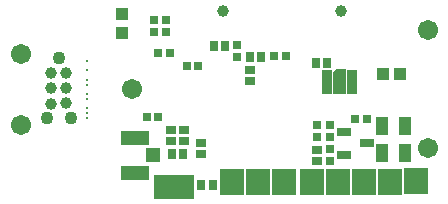
<source format=gts>
G04*
G04 #@! TF.GenerationSoftware,Altium Limited,Altium Designer,19.1.5 (86)*
G04*
G04 Layer_Color=8388736*
%FSAX25Y25*%
%MOIN*%
G70*
G01*
G75*
%ADD32R,0.13661X0.07874*%
%ADD33R,0.03162X0.03320*%
%ADD34R,0.03320X0.03162*%
%ADD35R,0.03241X0.03044*%
%ADD36R,0.02769X0.03162*%
%ADD37R,0.04737X0.04737*%
%ADD38R,0.09461X0.04934*%
%ADD39R,0.03162X0.02769*%
%ADD40R,0.07887X0.08674*%
%ADD41C,0.03910*%
%ADD42R,0.02769X0.02769*%
%ADD43R,0.03556X0.01981*%
%ADD44R,0.03950X0.03950*%
%ADD45R,0.04343X0.05918*%
%ADD46R,0.04540X0.02690*%
%ADD47R,0.03950X0.03950*%
%ADD48C,0.06706*%
%ADD49C,0.03950*%
%ADD50C,0.00800*%
%ADD51C,0.04343*%
G36*
X0187532Y0160066D02*
X0187532Y0160066D01*
X0187533Y0160066D01*
X0187825Y0160065D01*
X0187851Y0160063D01*
X0187876Y0160062D01*
X0187877Y0160062D01*
X0187877Y0160062D01*
X0187902Y0160057D01*
X0187927Y0160052D01*
X0187928Y0160051D01*
X0187928Y0160051D01*
X0187953Y0160043D01*
X0187977Y0160035D01*
X0187978Y0160034D01*
X0187978Y0160034D01*
X0188001Y0160023D01*
X0188024Y0160011D01*
X0188025Y0160011D01*
X0188025Y0160011D01*
X0188047Y0159996D01*
X0188068Y0159982D01*
X0188068Y0159982D01*
X0188069Y0159982D01*
X0188088Y0159965D01*
X0188107Y0159948D01*
X0188108Y0159947D01*
X0188108Y0159947D01*
X0188123Y0159929D01*
X0188142Y0159908D01*
X0188142Y0159908D01*
X0188142Y0159907D01*
X0188156Y0159886D01*
X0188171Y0159865D01*
X0188171Y0159864D01*
X0188171Y0159864D01*
X0188183Y0159840D01*
X0188194Y0159818D01*
X0188194Y0159817D01*
X0188195Y0159817D01*
X0188203Y0159792D01*
X0188211Y0159768D01*
X0188211Y0159767D01*
X0188211Y0159767D01*
X0188216Y0159741D01*
X0188221Y0159717D01*
X0188221Y0159716D01*
X0188221Y0159715D01*
X0188223Y0159689D01*
X0188224Y0159664D01*
Y0159663D01*
D01*
D01*
X0188223Y0151988D01*
X0188223Y0151988D01*
X0188223Y0151987D01*
X0188221Y0151962D01*
X0188219Y0151935D01*
X0188219Y0151935D01*
X0188219Y0151935D01*
X0188215Y0151912D01*
X0188209Y0151884D01*
X0188209Y0151884D01*
X0188209Y0151883D01*
X0188202Y0151862D01*
X0188192Y0151834D01*
X0188192Y0151834D01*
X0188192Y0151834D01*
X0188181Y0151811D01*
X0188169Y0151787D01*
X0188169Y0151787D01*
X0188169Y0151787D01*
X0188153Y0151763D01*
X0188140Y0151744D01*
X0188140Y0151744D01*
X0188140Y0151743D01*
X0188121Y0151722D01*
X0188105Y0151704D01*
X0188105Y0151704D01*
X0188105Y0151704D01*
X0188087Y0151688D01*
X0188066Y0151670D01*
X0188066Y0151670D01*
X0188066Y0151669D01*
X0188046Y0151656D01*
X0188022Y0151641D01*
X0188022Y0151640D01*
X0188022Y0151640D01*
X0187998Y0151628D01*
X0187975Y0151618D01*
X0187975Y0151617D01*
X0187975Y0151617D01*
X0187951Y0151609D01*
X0187926Y0151601D01*
X0187925Y0151601D01*
X0187925Y0151601D01*
X0187900Y0151596D01*
X0187874Y0151590D01*
X0187874Y0151590D01*
X0187874Y0151590D01*
X0187847Y0151589D01*
X0187822Y0151587D01*
X0187822Y0151587D01*
X0187821Y0151587D01*
X0187526Y0151587D01*
X0184083Y0151587D01*
X0184083D01*
X0184083D01*
X0184030Y0151591D01*
X0183979Y0151601D01*
X0183929Y0151618D01*
X0183882Y0151641D01*
X0183838Y0151670D01*
X0183805Y0151700D01*
X0183799Y0151705D01*
Y0151705D01*
X0183799D01*
X0183794Y0151710D01*
X0183765Y0151744D01*
X0183735Y0151788D01*
X0183712Y0151835D01*
X0183695Y0151884D01*
X0183685Y0151936D01*
X0183682Y0151988D01*
Y0151988D01*
Y0151988D01*
X0183682Y0158680D01*
X0183684Y0158709D01*
X0183685Y0158732D01*
X0183685Y0158733D01*
X0183685Y0158733D01*
X0183692Y0158766D01*
X0183695Y0158784D01*
X0183695Y0158784D01*
X0183695Y0158784D01*
X0183707Y0158818D01*
X0183712Y0158834D01*
X0183712Y0158834D01*
X0183712Y0158834D01*
X0183725Y0158860D01*
X0183735Y0158881D01*
X0183736Y0158881D01*
X0183736Y0158881D01*
X0183751Y0158905D01*
X0183765Y0158924D01*
X0183765Y0158924D01*
X0183765Y0158924D01*
X0183784Y0158947D01*
X0183799Y0158964D01*
X0184783Y0159949D01*
X0184783Y0159949D01*
X0184783Y0159949D01*
X0184802Y0159966D01*
X0184822Y0159984D01*
X0184822Y0159984D01*
X0184822Y0159984D01*
X0184843Y0159997D01*
X0184866Y0160013D01*
X0184866Y0160013D01*
X0184866Y0160013D01*
X0184889Y0160024D01*
X0184913Y0160036D01*
X0184913Y0160036D01*
X0184913Y0160036D01*
X0184945Y0160047D01*
X0184962Y0160053D01*
X0184962Y0160053D01*
X0184963Y0160053D01*
X0184990Y0160058D01*
X0185014Y0160063D01*
X0185014Y0160063D01*
X0185014Y0160063D01*
X0185037Y0160065D01*
X0185066Y0160067D01*
X0185066Y0160067D01*
X0185066Y0160067D01*
X0187532Y0160066D01*
D02*
G37*
D32*
X0130776Y0120630D02*
D03*
D33*
X0130126Y0131653D02*
D03*
X0133905D02*
D03*
X0139811Y0121417D02*
D03*
X0143591D02*
D03*
X0178039Y0162165D02*
D03*
X0181819D02*
D03*
X0147724Y0167598D02*
D03*
X0143945D02*
D03*
X0156110Y0164134D02*
D03*
X0159890D02*
D03*
D34*
X0139693Y0131653D02*
D03*
Y0135433D02*
D03*
X0178276Y0129449D02*
D03*
Y0133228D02*
D03*
X0156228Y0155984D02*
D03*
Y0159764D02*
D03*
D35*
X0134181Y0139724D02*
D03*
Y0136024D02*
D03*
X0129850Y0139724D02*
D03*
Y0136024D02*
D03*
D36*
X0121622Y0144134D02*
D03*
X0125559D02*
D03*
X0138906Y0160984D02*
D03*
X0134968D02*
D03*
X0129260Y0165512D02*
D03*
X0125323D02*
D03*
X0164024Y0164252D02*
D03*
X0167961D02*
D03*
X0195008Y0143543D02*
D03*
X0191071D02*
D03*
D37*
X0123740Y0131260D02*
D03*
D38*
X0117835Y0137067D02*
D03*
Y0125453D02*
D03*
D39*
X0128236Y0172323D02*
D03*
Y0176260D02*
D03*
X0123945Y0172323D02*
D03*
Y0176260D02*
D03*
X0182685Y0133465D02*
D03*
Y0129527D02*
D03*
X0178354Y0141339D02*
D03*
Y0137402D02*
D03*
X0182685Y0141378D02*
D03*
Y0137441D02*
D03*
X0151701Y0168071D02*
D03*
Y0164134D02*
D03*
D40*
X0150126Y0122402D02*
D03*
X0176898D02*
D03*
X0167449D02*
D03*
X0194220D02*
D03*
X0202882D02*
D03*
X0185559D02*
D03*
X0211543Y0122598D02*
D03*
X0158787Y0122402D02*
D03*
D41*
X0089890Y0158583D02*
D03*
X0094890D02*
D03*
X0089890Y0153583D02*
D03*
X0094890D02*
D03*
X0089890Y0148268D02*
D03*
X0094890Y0148583D02*
D03*
D42*
X0185953Y0155827D02*
D03*
D43*
X0190087Y0158780D02*
D03*
Y0156811D02*
D03*
Y0154842D02*
D03*
Y0152874D02*
D03*
X0181819D02*
D03*
Y0154842D02*
D03*
Y0156811D02*
D03*
Y0158780D02*
D03*
D44*
X0206150Y0158307D02*
D03*
X0200244D02*
D03*
D45*
X0200126Y0140905D02*
D03*
X0207606D02*
D03*
X0200126Y0132205D02*
D03*
X0207606D02*
D03*
D46*
X0195087Y0135276D02*
D03*
X0187449Y0131457D02*
D03*
Y0139094D02*
D03*
D47*
X0113512Y0172205D02*
D03*
Y0178504D02*
D03*
D48*
X0116858Y0153307D02*
D03*
X0215268Y0172992D02*
D03*
Y0133622D02*
D03*
X0079654Y0141496D02*
D03*
Y0165118D02*
D03*
D49*
X0186386Y0179528D02*
D03*
X0147016D02*
D03*
D50*
X0101701Y0145433D02*
D03*
X0101701Y0150157D02*
D03*
X0101701Y0143858D02*
D03*
Y0147008D02*
D03*
Y0162756D02*
D03*
Y0159606D02*
D03*
X0101701Y0151732D02*
D03*
Y0156457D02*
D03*
Y0154882D02*
D03*
D51*
X0092390Y0163583D02*
D03*
X0096390Y0143583D02*
D03*
X0088390D02*
D03*
M02*

</source>
